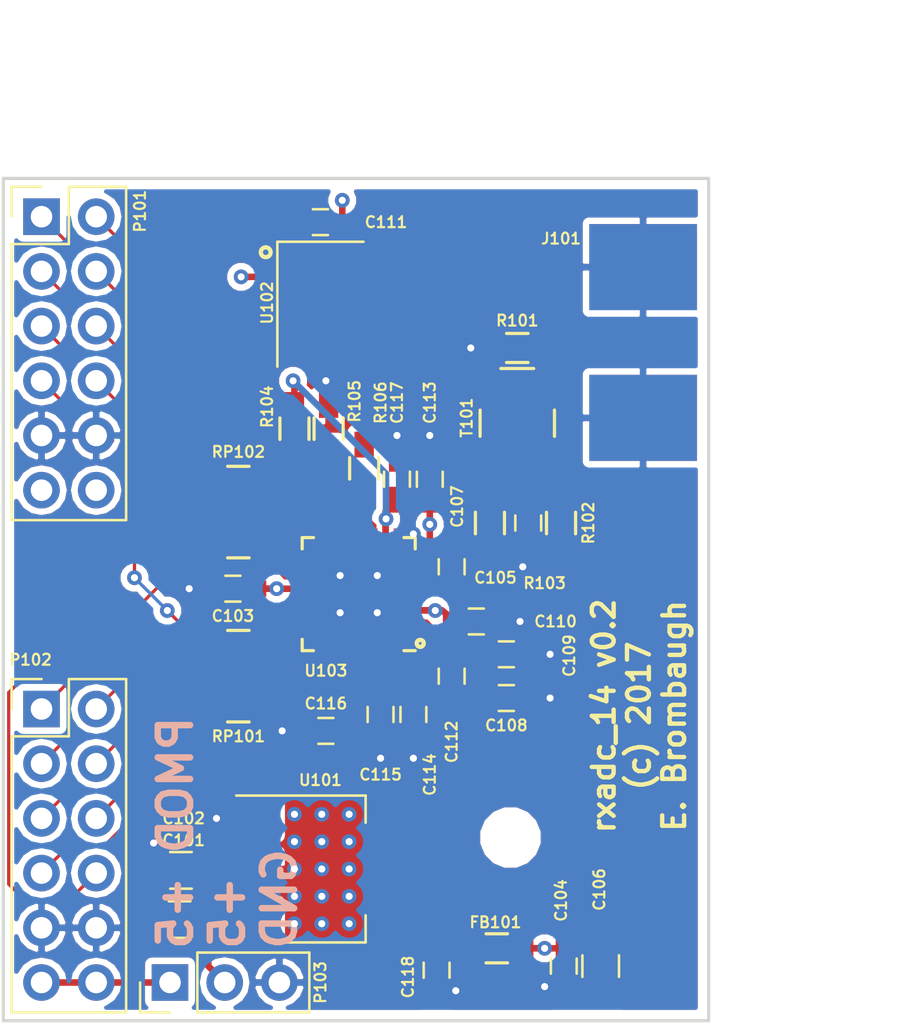
<source format=kicad_pcb>
(kicad_pcb (version 20171130) (host pcbnew "(5.1.12)-1")
  (layers (0 F.Cu signal) (1 In1.Cu signal) (2 In2.Cu signal) (31 B.Cu signal) (34 B.Paste user) (35 F.Paste user) (36 B.SilkS user) (37 F.SilkS user) (38 B.Mask user) (39 F.Mask user) (44 Edge.Cuts user))
  (net 0 "")
  (net 1 +5V)
  (net 2 GND)
  (net 3 +3V3)
  (net 4 +3.3VADC)
  (net 5 "Net-(C105-Pad2)")
  (net 6 "Net-(C107-Pad1)")
  (net 7 "Net-(C107-Pad2)")
  (net 8 "Net-(C108-Pad2)")
  (net 9 "Net-(C109-Pad2)")
  (net 10 "Net-(C115-Pad2)")
  (net 11 "Net-(J101-Pad1)")
  (net 12 "Net-(P101-Pad1)")
  (net 13 "Net-(P101-Pad2)")
  (net 14 "Net-(P101-Pad3)")
  (net 15 "Net-(P101-Pad4)")
  (net 16 "Net-(P101-Pad5)")
  (net 17 "Net-(P101-Pad6)")
  (net 18 "Net-(P101-Pad7)")
  (net 19 "Net-(P101-Pad8)")
  (net 20 "Net-(P102-Pad1)")
  (net 21 "Net-(P102-Pad2)")
  (net 22 "Net-(P102-Pad3)")
  (net 23 "Net-(P102-Pad4)")
  (net 24 "Net-(P102-Pad5)")
  (net 25 "Net-(P102-Pad6)")
  (net 26 "Net-(P102-Pad7)")
  (net 27 "Net-(P102-Pad8)")
  (net 28 "Net-(R102-Pad1)")
  (net 29 "Net-(R103-Pad1)")
  (net 30 "Net-(R104-Pad2)")
  (net 31 "Net-(R106-Pad1)")
  (net 32 "Net-(R106-Pad2)")
  (net 33 "Net-(RP101-Pad1)")
  (net 34 "Net-(RP101-Pad8)")
  (net 35 "Net-(RP101-Pad2)")
  (net 36 "Net-(RP101-Pad3)")
  (net 37 "Net-(RP101-Pad4)")
  (net 38 "Net-(RP101-Pad5)")
  (net 39 "Net-(RP101-Pad6)")
  (net 40 "Net-(RP101-Pad7)")
  (net 41 "Net-(RP102-Pad1)")
  (net 42 "Net-(RP102-Pad8)")
  (net 43 "Net-(RP102-Pad2)")
  (net 44 "Net-(RP102-Pad3)")
  (net 45 "Net-(RP102-Pad4)")
  (net 46 "Net-(RP102-Pad5)")
  (net 47 "Net-(RP102-Pad6)")
  (net 48 "Net-(RP102-Pad7)")
  (net 49 "Net-(P101-Pad11)")
  (net 50 "Net-(P101-Pad12)")
  (net 51 "Net-(P102-Pad11)")
  (module footprints:stitch_via (layer F.Cu) (at 145.6055 116.6495)
    (fp_text reference REF**11135 hide)
    (fp_text value stitch_via hide)
    (pad 1 thru_hole circle (at 0 0) (size 0.6858 0.6858) (drill 0.3302) (layers *.Cu) (net 3 +3V3))
  )
  (module footprints:stitch_via (layer F.Cu) (at 144.3355 116.6495)
    (fp_text reference REF**11125 hide)
    (fp_text value stitch_via hide)
    (pad 1 thru_hole circle (at 0 0) (size 0.6858 0.6858) (drill 0.3302) (layers *.Cu) (net 3 +3V3))
  )
  (module footprints:stitch_via (layer F.Cu) (at 143.0655 116.6495)
    (fp_text reference REF**11115 hide)
    (fp_text value stitch_via hide)
    (pad 1 thru_hole circle (at 0 0) (size 0.6858 0.6858) (drill 0.3302) (layers *.Cu) (net 3 +3V3))
  )
  (module footprints:stitch_via (layer F.Cu) (at 145.6055 115.3795)
    (fp_text reference REF**11134 hide)
    (fp_text value stitch_via hide)
    (pad 1 thru_hole circle (at 0 0) (size 0.6858 0.6858) (drill 0.3302) (layers *.Cu) (net 3 +3V3))
  )
  (module footprints:stitch_via (layer F.Cu) (at 144.3355 115.3795)
    (fp_text reference REF**11124 hide)
    (fp_text value stitch_via hide)
    (pad 1 thru_hole circle (at 0 0) (size 0.6858 0.6858) (drill 0.3302) (layers *.Cu) (net 3 +3V3))
  )
  (module footprints:stitch_via (layer F.Cu) (at 143.0655 115.3795)
    (fp_text reference REF**11114 hide)
    (fp_text value stitch_via hide)
    (pad 1 thru_hole circle (at 0 0) (size 0.6858 0.6858) (drill 0.3302) (layers *.Cu) (net 3 +3V3))
  )
  (module footprints:stitch_via (layer F.Cu) (at 145.6055 114.1095)
    (fp_text reference REF**11133 hide)
    (fp_text value stitch_via hide)
    (pad 1 thru_hole circle (at 0 0) (size 0.6858 0.6858) (drill 0.3302) (layers *.Cu) (net 3 +3V3))
  )
  (module footprints:stitch_via (layer F.Cu) (at 144.3355 114.1095)
    (fp_text reference REF**11123 hide)
    (fp_text value stitch_via hide)
    (pad 1 thru_hole circle (at 0 0) (size 0.6858 0.6858) (drill 0.3302) (layers *.Cu) (net 3 +3V3))
  )
  (module footprints:stitch_via (layer F.Cu) (at 143.0655 114.1095)
    (fp_text reference REF**11113 hide)
    (fp_text value stitch_via hide)
    (pad 1 thru_hole circle (at 0 0) (size 0.6858 0.6858) (drill 0.3302) (layers *.Cu) (net 3 +3V3))
  )
  (module footprints:stitch_via (layer F.Cu) (at 145.6055 112.8395)
    (fp_text reference REF**11132 hide)
    (fp_text value stitch_via hide)
    (pad 1 thru_hole circle (at 0 0) (size 0.6858 0.6858) (drill 0.3302) (layers *.Cu) (net 3 +3V3))
  )
  (module footprints:stitch_via (layer F.Cu) (at 144.3355 112.8395)
    (fp_text reference REF**11122 hide)
    (fp_text value stitch_via hide)
    (pad 1 thru_hole circle (at 0 0) (size 0.6858 0.6858) (drill 0.3302) (layers *.Cu) (net 3 +3V3))
  )
  (module footprints:stitch_via (layer F.Cu) (at 143.0655 112.8395)
    (fp_text reference REF**11112 hide)
    (fp_text value stitch_via hide)
    (pad 1 thru_hole circle (at 0 0) (size 0.6858 0.6858) (drill 0.3302) (layers *.Cu) (net 3 +3V3))
  )
  (module footprints:stitch_via (layer F.Cu) (at 145.6055 111.5695)
    (fp_text reference REF**11131 hide)
    (fp_text value stitch_via hide)
    (pad 1 thru_hole circle (at 0 0) (size 0.6858 0.6858) (drill 0.3302) (layers *.Cu) (net 3 +3V3))
  )
  (module footprints:stitch_via (layer F.Cu) (at 144.3355 111.5695)
    (fp_text reference REF**11121 hide)
    (fp_text value stitch_via hide)
    (pad 1 thru_hole circle (at 0 0) (size 0.6858 0.6858) (drill 0.3302) (layers *.Cu) (net 3 +3V3))
  )
  (module Capacitors_SMD:C_0805_HandSoldering (layer F.Cu) (at 137.7315 116.459 180)
    (fp_text reference C101 (at -0.1905 3.683 180) (layer F.SilkS) (effects (font (size 0.508 0.508) (thickness 0.1016))))
    (fp_text value 10uf)
    (pad 1 smd rect (at -1.25 0 180) (size 1.5 1.25) (layers F.Cu F.Paste F.Mask) (net 1 +5V))
    (pad 2 smd rect (at 1.25 0 180) (size 1.5 1.25) (layers F.Cu F.Paste F.Mask) (net 2 GND))
  )
  (module Capacitors_SMD:C_0805_HandSoldering (layer F.Cu) (at 137.795 114.173 180)
    (fp_text reference C102 (at -0.127 2.413 180) (layer F.SilkS) (effects (font (size 0.508 0.508) (thickness 0.1016))))
    (fp_text value 10uf)
    (pad 1 smd rect (at -1.25 0 180) (size 1.5 1.25) (layers F.Cu F.Paste F.Mask) (net 3 +3V3))
    (pad 2 smd rect (at 1.25 0 180) (size 1.5 1.25) (layers F.Cu F.Paste F.Mask) (net 2 GND))
  )
  (module Capacitors_SMD:C_0603_HandSoldering (layer F.Cu) (at 140.208 101.092 180)
    (fp_text reference C103 (at 0 -1.27 180) (layer F.SilkS) (effects (font (size 0.508 0.508) (thickness 0.1016))))
    (fp_text value 0.1uf)
    (pad 1 smd rect (at -0.95 0 180) (size 1.2 0.75) (layers F.Cu F.Paste F.Mask) (net 3 +3V3))
    (pad 2 smd rect (at 0.95 0 180) (size 1.2 0.75) (layers F.Cu F.Paste F.Mask) (net 2 GND))
  )
  (module Capacitors_SMD:C_0603_HandSoldering (layer F.Cu) (at 155.575 118.618 270)
    (fp_text reference C104 (at -3.048 0.127 270) (layer F.SilkS) (effects (font (size 0.508 0.508) (thickness 0.1016))))
    (fp_text value 0.1uf)
    (pad 1 smd rect (at -0.95 0 270) (size 1.2 0.75) (layers F.Cu F.Paste F.Mask) (net 4 +3.3VADC))
    (pad 2 smd rect (at 0.95 0 270) (size 1.2 0.75) (layers F.Cu F.Paste F.Mask) (net 2 GND))
  )
  (module Capacitors_SMD:C_0603_HandSoldering (layer F.Cu) (at 153.924 98.044 90)
    (fp_text reference C105 (at -2.54 -1.524) (layer F.SilkS) (effects (font (size 0.508 0.508) (thickness 0.1016))))
    (fp_text value 0.1uf)
    (pad 1 smd rect (at -0.95 0 90) (size 1.2 0.75) (layers F.Cu F.Paste F.Mask) (net 2 GND))
    (pad 2 smd rect (at 0.95 0 90) (size 1.2 0.75) (layers F.Cu F.Paste F.Mask) (net 5 "Net-(C105-Pad2)"))
  )
  (module Capacitors_SMD:C_0805_HandSoldering (layer F.Cu) (at 157.2895 118.618 270)
    (fp_text reference C106 (at -3.556 0.0635 270) (layer F.SilkS) (effects (font (size 0.508 0.508) (thickness 0.1016))))
    (fp_text value 10uf)
    (pad 1 smd rect (at -1.25 0 270) (size 1.5 1.25) (layers F.Cu F.Paste F.Mask) (net 4 +3.3VADC))
    (pad 2 smd rect (at 1.25 0 270) (size 1.5 1.25) (layers F.Cu F.Paste F.Mask) (net 2 GND))
  )
  (module Capacitors_SMD:C_0603_HandSoldering (layer F.Cu) (at 150.368 100.076 90)
    (fp_text reference C107 (at 2.794 0.254 90) (layer F.SilkS) (effects (font (size 0.508 0.508) (thickness 0.1016))))
    (fp_text value 18pf)
    (pad 1 smd rect (at -0.95 0 90) (size 1.2 0.75) (layers F.Cu F.Paste F.Mask) (net 6 "Net-(C107-Pad1)"))
    (pad 2 smd rect (at 0.95 0 90) (size 1.2 0.75) (layers F.Cu F.Paste F.Mask) (net 7 "Net-(C107-Pad2)"))
  )
  (module Capacitors_SMD:C_0603_HandSoldering (layer F.Cu) (at 152.908 106.172 180)
    (fp_text reference C108 (at 0 -1.27 180) (layer F.SilkS) (effects (font (size 0.508 0.508) (thickness 0.1016))))
    (fp_text value 0.1uf)
    (pad 1 smd rect (at -0.95 0 180) (size 1.2 0.75) (layers F.Cu F.Paste F.Mask) (net 2 GND))
    (pad 2 smd rect (at 0.95 0 180) (size 1.2 0.75) (layers F.Cu F.Paste F.Mask) (net 8 "Net-(C108-Pad2)"))
  )
  (module Capacitors_SMD:C_0603_HandSoldering (layer F.Cu) (at 152.908 104.14 180)
    (fp_text reference C109 (at -2.921 -0.0635 270) (layer F.SilkS) (effects (font (size 0.508 0.508) (thickness 0.1016))))
    (fp_text value 0.1uf)
    (pad 1 smd rect (at -0.95 0 180) (size 1.2 0.75) (layers F.Cu F.Paste F.Mask) (net 2 GND))
    (pad 2 smd rect (at 0.95 0 180) (size 1.2 0.75) (layers F.Cu F.Paste F.Mask) (net 9 "Net-(C109-Pad2)"))
  )
  (module Capacitors_SMD:C_0603_HandSoldering (layer F.Cu) (at 151.511 102.616)
    (fp_text reference C110 (at 3.683 0) (layer F.SilkS) (effects (font (size 0.508 0.508) (thickness 0.1016))))
    (fp_text value 0.1uf)
    (pad 1 smd rect (at -0.95 0) (size 1.2 0.75) (layers F.Cu F.Paste F.Mask) (net 4 +3.3VADC))
    (pad 2 smd rect (at 0.95 0) (size 1.2 0.75) (layers F.Cu F.Paste F.Mask) (net 2 GND))
  )
  (module Capacitors_SMD:C_0603_HandSoldering (layer F.Cu) (at 144.272 84.074 180)
    (fp_text reference C111 (at -3.048 0 180) (layer F.SilkS) (effects (font (size 0.508 0.508) (thickness 0.1016))))
    (fp_text value 0.1uf)
    (pad 1 smd rect (at -0.95 0 180) (size 1.2 0.75) (layers F.Cu F.Paste F.Mask) (net 3 +3V3))
    (pad 2 smd rect (at 0.95 0 180) (size 1.2 0.75) (layers F.Cu F.Paste F.Mask) (net 2 GND))
  )
  (module Capacitors_SMD:C_0603_HandSoldering (layer F.Cu) (at 150.368 105.156 90)
    (fp_text reference C112 (at -3.048 0 90) (layer F.SilkS) (effects (font (size 0.508 0.508) (thickness 0.1016))))
    (fp_text value 1uf)
    (pad 1 smd rect (at -0.95 0 90) (size 1.2 0.75) (layers F.Cu F.Paste F.Mask) (net 8 "Net-(C108-Pad2)"))
    (pad 2 smd rect (at 0.95 0 90) (size 1.2 0.75) (layers F.Cu F.Paste F.Mask) (net 9 "Net-(C109-Pad2)"))
  )
  (module Capacitors_SMD:C_0603_HandSoldering (layer F.Cu) (at 149.352 96.012 90)
    (fp_text reference C113 (at 3.556 0 90) (layer F.SilkS) (effects (font (size 0.508 0.508) (thickness 0.1016))))
    (fp_text value 0.1uf)
    (pad 1 smd rect (at -0.95 0 90) (size 1.2 0.75) (layers F.Cu F.Paste F.Mask) (net 4 +3.3VADC))
    (pad 2 smd rect (at 0.95 0 90) (size 1.2 0.75) (layers F.Cu F.Paste F.Mask) (net 2 GND))
  )
  (module Capacitors_SMD:C_0603_HandSoldering (layer F.Cu) (at 148.59 106.934 90)
    (fp_text reference C114 (at -2.794 0.762 90) (layer F.SilkS) (effects (font (size 0.508 0.508) (thickness 0.1016))))
    (fp_text value 0.1uf)
    (pad 1 smd rect (at -0.95 0 90) (size 1.2 0.75) (layers F.Cu F.Paste F.Mask) (net 2 GND))
    (pad 2 smd rect (at 0.95 0 90) (size 1.2 0.75) (layers F.Cu F.Paste F.Mask) (net 5 "Net-(C105-Pad2)"))
  )
  (module Capacitors_SMD:C_0603_HandSoldering (layer F.Cu) (at 147.066 106.934 90)
    (fp_text reference C115 (at -2.794 0 180) (layer F.SilkS) (effects (font (size 0.508 0.508) (thickness 0.1016))))
    (fp_text value 0.1uf)
    (pad 1 smd rect (at -0.95 0 90) (size 1.2 0.75) (layers F.Cu F.Paste F.Mask) (net 2 GND))
    (pad 2 smd rect (at 0.95 0 90) (size 1.2 0.75) (layers F.Cu F.Paste F.Mask) (net 10 "Net-(C115-Pad2)"))
  )
  (module Capacitors_SMD:C_0603_HandSoldering (layer F.Cu) (at 144.526 107.696)
    (fp_text reference C116 (at 0 -1.27) (layer F.SilkS) (effects (font (size 0.508 0.508) (thickness 0.1016))))
    (fp_text value 1uf)
    (pad 1 smd rect (at -0.95 0) (size 1.2 0.75) (layers F.Cu F.Paste F.Mask) (net 2 GND))
    (pad 2 smd rect (at 0.95 0) (size 1.2 0.75) (layers F.Cu F.Paste F.Mask) (net 10 "Net-(C115-Pad2)"))
  )
  (module Capacitors_SMD:C_0603_HandSoldering (layer F.Cu) (at 147.828 96.012 90)
    (fp_text reference C117 (at 3.556 0 90) (layer F.SilkS) (effects (font (size 0.508 0.508) (thickness 0.1016))))
    (fp_text value 0.1uf)
    (pad 1 smd rect (at -0.95 0 90) (size 1.2 0.75) (layers F.Cu F.Paste F.Mask) (net 4 +3.3VADC))
    (pad 2 smd rect (at 0.95 0 90) (size 1.2 0.75) (layers F.Cu F.Paste F.Mask) (net 2 GND))
  )
  (module Capacitors_SMD:C_0603_HandSoldering (layer F.Cu) (at 149.6695 118.8085 90)
    (fp_text reference C118 (at -0.3175 -1.3335 90) (layer F.SilkS) (effects (font (size 0.508 0.508) (thickness 0.1016))))
    (fp_text value 0.1uf)
    (pad 1 smd rect (at -0.95 0 90) (size 1.2 0.75) (layers F.Cu F.Paste F.Mask) (net 2 GND))
    (pad 2 smd rect (at 0.95 0 90) (size 1.2 0.75) (layers F.Cu F.Paste F.Mask) (net 3 +3V3))
  )
  (module Resistors_SMD:R_0603_HandSoldering (layer F.Cu) (at 152.4635 117.7925)
    (fp_text reference FB101 (at -0.0635 -1.2065) (layer F.SilkS) (effects (font (size 0.508 0.508) (thickness 0.1016))))
    (fp_text value FILTER)
    (pad 1 smd rect (at -1.1 0) (size 1.2 0.9) (layers F.Cu F.Paste F.Mask) (net 3 +3V3))
    (pad 2 smd rect (at 1.1 0) (size 1.2 0.9) (layers F.Cu F.Paste F.Mask) (net 4 +3.3VADC))
  )
  (module Pin_Headers:Pin_Header_Straight_2x06_Pitch2.54mm (layer F.Cu) (at 131.318 83.82)
    (fp_text reference P101 (at 4.572 -0.254 90) (layer F.SilkS) (effects (font (size 0.508 0.508) (thickness 0.1016))))
    (fp_text value CONN_02X06)
    (pad 1 thru_hole rect (at 0 0) (size 1.7 1.7) (drill 1) (layers *.Cu *.Mask) (net 12 "Net-(P101-Pad1)"))
    (pad 2 thru_hole oval (at 2.54 0) (size 1.7 1.7) (drill 1) (layers *.Cu *.Mask) (net 13 "Net-(P101-Pad2)"))
    (pad 3 thru_hole oval (at 0 2.54) (size 1.7 1.7) (drill 1) (layers *.Cu *.Mask) (net 14 "Net-(P101-Pad3)"))
    (pad 4 thru_hole oval (at 2.54 2.54) (size 1.7 1.7) (drill 1) (layers *.Cu *.Mask) (net 15 "Net-(P101-Pad4)"))
    (pad 5 thru_hole oval (at 0 5.08) (size 1.7 1.7) (drill 1) (layers *.Cu *.Mask) (net 16 "Net-(P101-Pad5)"))
    (pad 6 thru_hole oval (at 2.54 5.08) (size 1.7 1.7) (drill 1) (layers *.Cu *.Mask) (net 17 "Net-(P101-Pad6)"))
    (pad 7 thru_hole oval (at 0 7.62) (size 1.7 1.7) (drill 1) (layers *.Cu *.Mask) (net 18 "Net-(P101-Pad7)"))
    (pad 8 thru_hole oval (at 2.54 7.62) (size 1.7 1.7) (drill 1) (layers *.Cu *.Mask) (net 19 "Net-(P101-Pad8)"))
    (pad 9 thru_hole oval (at 0 10.16) (size 1.7 1.7) (drill 1) (layers *.Cu *.Mask) (net 2 GND))
    (pad 10 thru_hole oval (at 2.54 10.16) (size 1.7 1.7) (drill 1) (layers *.Cu *.Mask) (net 2 GND))
    (pad 11 thru_hole oval (at 0 12.7) (size 1.7 1.7) (drill 1) (layers *.Cu *.Mask) (net 49 "Net-(P101-Pad11)"))
    (pad 12 thru_hole oval (at 2.54 12.7) (size 1.7 1.7) (drill 1) (layers *.Cu *.Mask) (net 50 "Net-(P101-Pad12)"))
  )
  (module Pin_Headers:Pin_Header_Straight_2x06_Pitch2.54mm (layer F.Cu) (at 131.318 106.68)
    (fp_text reference P102 (at -0.508 -2.286) (layer F.SilkS) (effects (font (size 0.508 0.508) (thickness 0.1016))))
    (fp_text value CONN_02X06)
    (pad 1 thru_hole rect (at 0 0) (size 1.7 1.7) (drill 1) (layers *.Cu *.Mask) (net 20 "Net-(P102-Pad1)"))
    (pad 2 thru_hole oval (at 2.54 0) (size 1.7 1.7) (drill 1) (layers *.Cu *.Mask) (net 21 "Net-(P102-Pad2)"))
    (pad 3 thru_hole oval (at 0 2.54) (size 1.7 1.7) (drill 1) (layers *.Cu *.Mask) (net 22 "Net-(P102-Pad3)"))
    (pad 4 thru_hole oval (at 2.54 2.54) (size 1.7 1.7) (drill 1) (layers *.Cu *.Mask) (net 23 "Net-(P102-Pad4)"))
    (pad 5 thru_hole oval (at 0 5.08) (size 1.7 1.7) (drill 1) (layers *.Cu *.Mask) (net 24 "Net-(P102-Pad5)"))
    (pad 6 thru_hole oval (at 2.54 5.08) (size 1.7 1.7) (drill 1) (layers *.Cu *.Mask) (net 25 "Net-(P102-Pad6)"))
    (pad 7 thru_hole oval (at 0 7.62) (size 1.7 1.7) (drill 1) (layers *.Cu *.Mask) (net 26 "Net-(P102-Pad7)"))
    (pad 8 thru_hole oval (at 2.54 7.62) (size 1.7 1.7) (drill 1) (layers *.Cu *.Mask) (net 27 "Net-(P102-Pad8)"))
    (pad 9 thru_hole oval (at 0 10.16) (size 1.7 1.7) (drill 1) (layers *.Cu *.Mask) (net 2 GND))
    (pad 10 thru_hole oval (at 2.54 10.16) (size 1.7 1.7) (drill 1) (layers *.Cu *.Mask) (net 2 GND))
    (pad 11 thru_hole oval (at 0 12.7) (size 1.7 1.7) (drill 1) (layers *.Cu *.Mask) (net 51 "Net-(P102-Pad11)"))
    (pad 12 thru_hole oval (at 2.54 12.7) (size 1.7 1.7) (drill 1) (layers *.Cu *.Mask) (net 51 "Net-(P102-Pad11)"))
  )
  (module Resistors_SMD:R_0603_HandSoldering (layer F.Cu) (at 153.416 89.916)
    (fp_text reference R101 (at 0 -1.27) (layer F.SilkS) (effects (font (size 0.508 0.508) (thickness 0.1016))))
    (fp_text value 50)
    (pad 1 smd rect (at -1.1 0) (size 1.2 0.9) (layers F.Cu F.Paste F.Mask) (net 2 GND))
    (pad 2 smd rect (at 1.1 0) (size 1.2 0.9) (layers F.Cu F.Paste F.Mask) (net 11 "Net-(J101-Pad1)"))
  )
  (module Resistors_SMD:R_0603_HandSoldering (layer F.Cu) (at 155.448 98.044 270)
    (fp_text reference R102 (at 0 -1.27 270) (layer F.SilkS) (effects (font (size 0.508 0.508) (thickness 0.1016))))
    (fp_text value 20)
    (pad 1 smd rect (at -1.1 0 270) (size 1.2 0.9) (layers F.Cu F.Paste F.Mask) (net 28 "Net-(R102-Pad1)"))
    (pad 2 smd rect (at 1.1 0 270) (size 1.2 0.9) (layers F.Cu F.Paste F.Mask) (net 6 "Net-(C107-Pad1)"))
  )
  (module Resistors_SMD:R_0603_HandSoldering (layer F.Cu) (at 152.146 98.044 270)
    (fp_text reference R103 (at 2.794 -2.54) (layer F.SilkS) (effects (font (size 0.508 0.508) (thickness 0.1016))))
    (fp_text value 20)
    (pad 1 smd rect (at -1.1 0 270) (size 1.2 0.9) (layers F.Cu F.Paste F.Mask) (net 29 "Net-(R103-Pad1)"))
    (pad 2 smd rect (at 1.1 0 270) (size 1.2 0.9) (layers F.Cu F.Paste F.Mask) (net 7 "Net-(C107-Pad2)"))
  )
  (module Resistors_SMD:R_0603_HandSoldering (layer F.Cu) (at 143.0655 93.6625 270)
    (fp_text reference R104 (at -1.016 1.27 270) (layer F.SilkS) (effects (font (size 0.508 0.508) (thickness 0.1016))))
    (fp_text value 4k7)
    (pad 1 smd rect (at -1.1 0 270) (size 1.2 0.9) (layers F.Cu F.Paste F.Mask) (net 4 +3.3VADC))
    (pad 2 smd rect (at 1.1 0 270) (size 1.2 0.9) (layers F.Cu F.Paste F.Mask) (net 30 "Net-(R104-Pad2)"))
  )
  (module Resistors_SMD:R_0603_HandSoldering (layer F.Cu) (at 144.653 93.6625 90)
    (fp_text reference R105 (at 1.27 1.2065 90) (layer F.SilkS) (effects (font (size 0.508 0.508) (thickness 0.1016))))
    (fp_text value 10k)
    (pad 1 smd rect (at -1.1 0 90) (size 1.2 0.9) (layers F.Cu F.Paste F.Mask) (net 30 "Net-(R104-Pad2)"))
    (pad 2 smd rect (at 1.1 0 90) (size 1.2 0.9) (layers F.Cu F.Paste F.Mask) (net 2 GND))
  )
  (module Resistors_SMD:R_0603_HandSoldering (layer F.Cu) (at 146.304 95.504 90)
    (fp_text reference R106 (at 3.048 0.762 90) (layer F.SilkS) (effects (font (size 0.508 0.508) (thickness 0.1016))))
    (fp_text value 50)
    (pad 1 smd rect (at -1.1 0 90) (size 1.2 0.9) (layers F.Cu F.Paste F.Mask) (net 31 "Net-(R106-Pad1)"))
    (pad 2 smd rect (at 1.1 0 90) (size 1.2 0.9) (layers F.Cu F.Paste F.Mask) (net 32 "Net-(R106-Pad2)"))
  )
  (module SOT-223 (layer F.Cu) (at 144.4625 114.1095)
    (fp_text reference U101 (at -0.1905 -4.1275) (layer F.SilkS) (effects (font (size 0.508 0.508) (thickness 0.1016))))
    (fp_text value LD1117S33CTR)
    (pad 4 smd rect (at 3.15 0) (size 2 3.8) (layers F.Cu F.Paste F.Mask) (net 3 +3V3))
    (pad 2 smd rect (at -3.15 0) (size 2 1.5) (layers F.Cu F.Paste F.Mask) (net 3 +3V3))
    (pad 3 smd rect (at -3.15 2.3) (size 2 1.5) (layers F.Cu F.Paste F.Mask) (net 1 +5V))
    (pad 1 smd rect (at -3.15 -2.3) (size 2 1.5) (layers F.Cu F.Paste F.Mask) (net 2 GND))
  )
  (module Pin_Headers:Pin_Header_Straight_1x03_Pitch2.54mm (layer F.Cu) (at 137.287 119.38 90)
    (fp_text reference P103 (at 0 6.985 90) (layer F.SilkS) (effects (font (size 0.508 0.508) (thickness 0.1016))))
    (fp_text value CONN_01X03)
    (pad 1 thru_hole rect (at 0 0 90) (size 1.7 1.7) (drill 1) (layers *.Cu *.Mask) (net 51 "Net-(P102-Pad11)"))
    (pad 2 thru_hole oval (at 0 2.54 90) (size 1.7 1.7) (drill 1) (layers *.Cu *.Mask) (net 1 +5V))
    (pad 3 thru_hole oval (at 0 5.08 90) (size 1.7 1.7) (drill 1) (layers *.Cu *.Mask) (net 2 GND))
  )
  (module footprints:stitch_via (layer F.Cu) (at 143.0655 111.5695)
    (fp_text reference REF**11111 hide)
    (fp_text value stitch_via hide)
    (pad 1 thru_hole circle (at 0 0) (size 0.6858 0.6858) (drill 0.3302) (layers *.Cu) (net 3 +3V3))
  )
  (module Mounting_Holes:MountingHole_2.2mm_M2 (layer F.Cu) (at 153.0985 112.649)
    (fp_text reference REF** hide)
    (fp_text value MountingHole_2.2mm_M2)
    (pad 1 np_thru_hole circle (at 0 0) (size 2.2 2.2) (drill 2.2) (layers *.Cu *.Mask))
  )
  (module footprints:Pulse_SMD_Balun (layer F.Cu) (at 153.416 93.4085)
    (fp_text reference T101 (at -2.3495 -0.254 90) (layer F.SilkS) (effects (font (size 0.508 0.508) (thickness 0.1016))))
    (fp_text value TRANSFO4)
    (pad 5 smd rect (at -1.27 -1.5875) (size 0.762 1.651) (layers F.Cu F.Paste F.Mask) (net 2 GND))
    (pad 4 smd rect (at 1.27 -1.5875) (size 0.762 1.651) (layers F.Cu F.Paste F.Mask) (net 11 "Net-(J101-Pad1)"))
    (pad 1 smd rect (at -1.27 1.5875) (size 0.762 1.651) (layers F.Cu F.Paste F.Mask) (net 29 "Net-(R103-Pad1)"))
    (pad 3 smd rect (at 1.27 1.5875) (size 0.762 1.651) (layers F.Cu F.Paste F.Mask) (net 28 "Net-(R102-Pad1)"))
    (pad 2 smd rect (at 0 1.5875) (size 0.762 1.651) (layers F.Cu F.Paste F.Mask) (net 5 "Net-(C105-Pad2)"))
  )
  (module footprints:R_Array_EXB2HV (layer F.Cu) (at 140.462 105.156 180)
    (fp_text reference RP101 (at 0 -2.794 180) (layer F.SilkS) (effects (font (size 0.508 0.508) (thickness 0.1016))))
    (fp_text value 100)
    (pad 1 smd rect (at -0.65 -1.75 180) (size 0.5 0.33) (layers F.Cu F.Paste F.Mask) (net 33 "Net-(RP101-Pad1)"))
    (pad 16 smd rect (at 0.65 -1.75 180) (size 0.5 0.33) (layers F.Cu F.Paste F.Mask) (net 26 "Net-(P102-Pad7)"))
    (pad 8 smd rect (at -0.65 1.75 180) (size 0.5 0.33) (layers F.Cu F.Paste F.Mask) (net 34 "Net-(RP101-Pad8)"))
    (pad 9 smd rect (at 0.65 1.75 180) (size 0.5 0.33) (layers F.Cu F.Paste F.Mask) (net 18 "Net-(P101-Pad7)"))
    (pad 2 smd rect (at -0.65 -1.25 180) (size 0.5 0.33) (layers F.Cu F.Paste F.Mask) (net 35 "Net-(RP101-Pad2)"))
    (pad 3 smd rect (at -0.65 -0.75 180) (size 0.5 0.33) (layers F.Cu F.Paste F.Mask) (net 36 "Net-(RP101-Pad3)"))
    (pad 4 smd rect (at -0.65 -0.25 180) (size 0.5 0.33) (layers F.Cu F.Paste F.Mask) (net 37 "Net-(RP101-Pad4)"))
    (pad 5 smd rect (at -0.65 0.25 180) (size 0.5 0.33) (layers F.Cu F.Paste F.Mask) (net 38 "Net-(RP101-Pad5)"))
    (pad 6 smd rect (at -0.65 0.75 180) (size 0.5 0.33) (layers F.Cu F.Paste F.Mask) (net 39 "Net-(RP101-Pad6)"))
    (pad 7 smd rect (at -0.65 1.25 180) (size 0.5 0.33) (layers F.Cu F.Paste F.Mask) (net 40 "Net-(RP101-Pad7)"))
    (pad 15 smd rect (at 0.65 -1.25 180) (size 0.5 0.33) (layers F.Cu F.Paste F.Mask) (net 25 "Net-(P102-Pad6)"))
    (pad 14 smd rect (at 0.65 -0.75 180) (size 0.5 0.33) (layers F.Cu F.Paste F.Mask) (net 24 "Net-(P102-Pad5)"))
    (pad 13 smd rect (at 0.65 -0.25 180) (size 0.5 0.33) (layers F.Cu F.Paste F.Mask) (net 23 "Net-(P102-Pad4)"))
    (pad 11 smd rect (at 0.65 0.75 180) (size 0.5 0.33) (layers F.Cu F.Paste F.Mask) (net 21 "Net-(P102-Pad2)"))
    (pad 12 smd rect (at 0.65 0.25 180) (size 0.5 0.33) (layers F.Cu F.Paste F.Mask) (net 22 "Net-(P102-Pad3)"))
    (pad 10 smd rect (at 0.65 1.25 180) (size 0.5 0.33) (layers F.Cu F.Paste F.Mask) (net 20 "Net-(P102-Pad1)"))
  )
  (module footprints:R_Array_EXB2HV (layer F.Cu) (at 140.462 97.536 180)
    (fp_text reference RP102 (at 0 2.794 180) (layer F.SilkS) (effects (font (size 0.508 0.508) (thickness 0.1016))))
    (fp_text value 100)
    (pad 1 smd rect (at -0.65 -1.75 180) (size 0.5 0.33) (layers F.Cu F.Paste F.Mask) (net 41 "Net-(RP102-Pad1)"))
    (pad 16 smd rect (at 0.65 -1.75 180) (size 0.5 0.33) (layers F.Cu F.Paste F.Mask) (net 27 "Net-(P102-Pad8)"))
    (pad 8 smd rect (at -0.65 1.75 180) (size 0.5 0.33) (layers F.Cu F.Paste F.Mask) (net 42 "Net-(RP102-Pad8)"))
    (pad 9 smd rect (at 0.65 1.75 180) (size 0.5 0.33) (layers F.Cu F.Paste F.Mask) (net 13 "Net-(P101-Pad2)"))
    (pad 2 smd rect (at -0.65 -1.25 180) (size 0.5 0.33) (layers F.Cu F.Paste F.Mask) (net 43 "Net-(RP102-Pad2)"))
    (pad 3 smd rect (at -0.65 -0.75 180) (size 0.5 0.33) (layers F.Cu F.Paste F.Mask) (net 44 "Net-(RP102-Pad3)"))
    (pad 4 smd rect (at -0.65 -0.25 180) (size 0.5 0.33) (layers F.Cu F.Paste F.Mask) (net 45 "Net-(RP102-Pad4)"))
    (pad 5 smd rect (at -0.65 0.25 180) (size 0.5 0.33) (layers F.Cu F.Paste F.Mask) (net 46 "Net-(RP102-Pad5)"))
    (pad 6 smd rect (at -0.65 0.75 180) (size 0.5 0.33) (layers F.Cu F.Paste F.Mask) (net 47 "Net-(RP102-Pad6)"))
    (pad 7 smd rect (at -0.65 1.25 180) (size 0.5 0.33) (layers F.Cu F.Paste F.Mask) (net 48 "Net-(RP102-Pad7)"))
    (pad 15 smd rect (at 0.65 -1.25 180) (size 0.5 0.33) (layers F.Cu F.Paste F.Mask) (net 19 "Net-(P101-Pad8)"))
    (pad 14 smd rect (at 0.65 -0.75 180) (size 0.5 0.33) (layers F.Cu F.Paste F.Mask) (net 16 "Net-(P101-Pad5)"))
    (pad 13 smd rect (at 0.65 -0.25 180) (size 0.5 0.33) (layers F.Cu F.Paste F.Mask) (net 17 "Net-(P101-Pad6)"))
    (pad 11 smd rect (at 0.65 0.75 180) (size 0.5 0.33) (layers F.Cu F.Paste F.Mask) (net 15 "Net-(P101-Pad4)"))
    (pad 12 smd rect (at 0.65 0.25 180) (size 0.5 0.33) (layers F.Cu F.Paste F.Mask) (net 14 "Net-(P101-Pad3)"))
    (pad 10 smd rect (at 0.65 1.25 180) (size 0.5 0.33) (layers F.Cu F.Paste F.Mask) (net 12 "Net-(P101-Pad1)"))
  )
  (module footprints:Crystal_SMD_Abracon_ASFL1-4pin_5.0x3.2mm (layer F.Cu) (at 144.272 87.884 270)
    (fp_text reference U102 (at -0.0635 2.4765 270) (layer F.SilkS) (effects (font (size 0.508 0.508) (thickness 0.1016))))
    (fp_text value ASFL1-80.000MHZ-EC-T)
    (pad 1 smd rect (at -1.27 1.1 270) (size 1.7 1.5) (layers F.Cu F.Mask) (net 3 +3V3))
    (pad 2 smd rect (at 1.27 1.1 270) (size 1.7 1.5) (layers F.Cu F.Mask) (net 2 GND))
    (pad 3 smd rect (at 1.27 -1.1 270) (size 1.7 1.5) (layers F.Cu F.Mask) (net 32 "Net-(R106-Pad2)"))
    (pad 4 smd rect (at -1.27 -1.1 270) (size 1.7 1.5) (layers F.Cu F.Mask) (net 3 +3V3))
  )
  (module footprints:SMA_END (layer F.Cu) (at 159.258 89.662)
    (fp_text reference J101 (at -3.81 -4.826) (layer F.SilkS) (effects (font (size 0.508 0.508) (thickness 0.1016))))
    (fp_text value SMA)
    (pad 2 smd rect (at 0 3.5) (size 5 4) (layers F.Cu F.Paste F.Mask) (net 2 GND))
    (pad 2 smd rect (at 0 -3.5) (size 5 4) (layers F.Cu F.Paste F.Mask) (net 2 GND))
    (pad 2 smd rect (at 0 3.5) (size 5 4) (layers B.Cu B.Mask) (net 2 GND))
    (pad 2 smd rect (at 0 -3.5) (size 5 4) (layers B.Cu B.Mask) (net 2 GND))
    (pad 1 smd rect (at 0 0) (size 5 1.5) (layers F.Cu F.Paste F.Mask) (net 11 "Net-(J101-Pad1)"))
  )
  (module footprints:QFN-32-1EP_5x5mm_Pitch0.5mm_extended_pad (layer F.Cu) (at 146.05 101.346 180)
    (fp_text reference U103 (at 1.524 -3.556 180) (layer F.SilkS) (effects (font (size 0.508 0.508) (thickness 0.1016))))
    (fp_text value ADC14C105)
    (pad 1 smd rect (at -2.55 -1.75 180) (size 1 0.25) (layers F.Cu F.Paste F.Mask) (net 8 "Net-(C108-Pad2)"))
    (pad 2 smd rect (at -2.55 -1.25 180) (size 1 0.25) (layers F.Cu F.Paste F.Mask) (net 9 "Net-(C109-Pad2)"))
    (pad 3 smd rect (at -2.55 -0.75 180) (size 1 0.25) (layers F.Cu F.Paste F.Mask) (net 4 +3.3VADC))
    (pad 4 smd rect (at -2.55 -0.25 180) (size 1 0.25) (layers F.Cu F.Paste F.Mask) (net 2 GND))
    (pad 5 smd rect (at -2.55 0.25 180) (size 1 0.25) (layers F.Cu F.Paste F.Mask) (net 6 "Net-(C107-Pad1)"))
    (pad 6 smd rect (at -2.55 0.75 180) (size 1 0.25) (layers F.Cu F.Paste F.Mask) (net 7 "Net-(C107-Pad2)"))
    (pad 7 smd rect (at -2.55 1.25 180) (size 1 0.25) (layers F.Cu F.Paste F.Mask) (net 2 GND))
    (pad 8 smd rect (at -2.55 1.75 180) (size 1 0.25) (layers F.Cu F.Paste F.Mask) (net 4 +3.3VADC))
    (pad 9 smd rect (at -1.75 2.55 270) (size 1 0.25) (layers F.Cu F.Paste F.Mask) (net 2 GND))
    (pad 10 smd rect (at -1.25 2.55 270) (size 1 0.25) (layers F.Cu F.Paste F.Mask) (net 4 +3.3VADC))
    (pad 11 smd rect (at -0.75 2.55 270) (size 1 0.25) (layers F.Cu F.Paste F.Mask) (net 31 "Net-(R106-Pad1)"))
    (pad 12 smd rect (at -0.25 2.55 270) (size 1 0.25) (layers F.Cu F.Paste F.Mask) (net 30 "Net-(R104-Pad2)"))
    (pad 13 smd rect (at 0.25 2.55 270) (size 1 0.25) (layers F.Cu F.Paste F.Mask) (net 42 "Net-(RP102-Pad8)"))
    (pad 14 smd rect (at 0.75 2.55 270) (size 1 0.25) (layers F.Cu F.Paste F.Mask) (net 48 "Net-(RP102-Pad7)"))
    (pad 15 smd rect (at 1.25 2.55 270) (size 1 0.25) (layers F.Cu F.Paste F.Mask) (net 47 "Net-(RP102-Pad6)"))
    (pad 16 smd rect (at 1.75 2.55 270) (size 1 0.25) (layers F.Cu F.Paste F.Mask) (net 46 "Net-(RP102-Pad5)"))
    (pad 17 smd rect (at 2.55 1.75 180) (size 1 0.25) (layers F.Cu F.Paste F.Mask) (net 45 "Net-(RP102-Pad4)"))
    (pad 18 smd rect (at 2.55 1.25 180) (size 1 0.25) (layers F.Cu F.Paste F.Mask) (net 44 "Net-(RP102-Pad3)"))
    (pad 19 smd rect (at 2.55 0.75 180) (size 1 0.25) (layers F.Cu F.Paste F.Mask) (net 43 "Net-(RP102-Pad2)"))
    (pad 20 smd rect (at 2.55 0.25 180) (size 1 0.25) (layers F.Cu F.Paste F.Mask) (net 3 +3V3))
    (pad 21 smd rect (at 2.55 -0.25 180) (size 1 0.25) (layers F.Cu F.Paste F.Mask) (net 41 "Net-(RP102-Pad1)"))
    (pad 22 smd rect (at 2.55 -0.75 180) (size 1 0.25) (layers F.Cu F.Paste F.Mask) (net 2 GND))
    (pad 23 smd rect (at 2.55 -1.25 180) (size 1 0.25) (layers F.Cu F.Paste F.Mask) (net 34 "Net-(RP101-Pad8)"))
    (pad 24 smd rect (at 2.55 -1.75 180) (size 1 0.25) (layers F.Cu F.Paste F.Mask) (net 40 "Net-(RP101-Pad7)"))
    (pad 25 smd rect (at 1.75 -2.55 270) (size 1 0.25) (layers F.Cu F.Paste F.Mask) (net 39 "Net-(RP101-Pad6)"))
    (pad 26 smd rect (at 1.25 -2.55 270) (size 1 0.25) (layers F.Cu F.Paste F.Mask) (net 38 "Net-(RP101-Pad5)"))
    (pad 27 smd rect (at 0.75 -2.55 270) (size 1 0.25) (layers F.Cu F.Paste F.Mask) (net 37 "Net-(RP101-Pad4)"))
    (pad 28 smd rect (at 0.25 -2.55 270) (size 1 0.25) (layers F.Cu F.Paste F.Mask) (net 36 "Net-(RP101-Pad3)"))
    (pad 29 smd rect (at -0.25 -2.55 270) (size 1 0.25) (layers F.Cu F.Paste F.Mask) (net 35 "Net-(RP101-Pad2)"))
    (pad 30 smd rect (at -0.75 -2.55 270) (size 1 0.25) (layers F.Cu F.Paste F.Mask) (net 33 "Net-(RP101-Pad1)"))
    (pad 31 smd rect (at -1.25 -2.55 270) (size 1 0.25) (layers F.Cu F.Paste F.Mask) (net 10 "Net-(C115-Pad2)"))
    (pad 32 smd rect (at -1.75 -2.55 270) (size 1 0.25) (layers F.Cu F.Paste F.Mask) (net 5 "Net-(C105-Pad2)"))
    (pad 33 smd rect (at 0.8625 0.8625 180) (size 1.725 1.725) (layers F.Cu F.Paste F.Mask) (net 2 GND))
    (pad 33 smd rect (at 0.8625 -0.8625 180) (size 1.725 1.725) (layers F.Cu F.Paste F.Mask) (net 2 GND))
    (pad 33 smd rect (at -0.8625 0.8625 180) (size 1.725 1.725) (layers F.Cu F.Paste F.Mask) (net 2 GND))
    (pad 33 smd rect (at -0.8625 -0.8625 180) (size 1.725 1.725) (layers F.Cu F.Paste F.Mask) (net 2 GND))
  )
  (gr_circle (center 141.732 85.471) (end 141.9225 85.598) (layer F.SilkS) (width 0.2))
  (gr_text "PMOD +5\n+5\nGND" (at 139.954 117.983 90) (layer B.SilkS) (effects (font (size 1.5 1.5) (thickness 0.3)) (justify right mirror)))
  (gr_text "rxadc_14 v0.2\n(c) 2017\nE. Brombaugh" (at 159.0675 106.9975 90) (layer F.SilkS) (effects (font (size 1.016 1.016) (thickness 0.2032))))
  (gr_line (start 129.54 121.158) (end 129.54 82.042) (angle 90) (layer Edge.Cuts) (width 0.15))
  (gr_line (start 162.306 121.158) (end 129.54 121.158) (angle 90) (layer Edge.Cuts) (width 0.15))
  (gr_line (start 162.306 82.042) (end 162.306 121.158) (angle 90) (layer Edge.Cuts) (width 0.15))
  (gr_line (start 129.54 82.042) (end 162.306 82.042) (angle 90) (layer Edge.Cuts) (width 0.15))
  (segment (start 141.3125 116.4095) (end 139.031 116.4095) (width 0.3048) (layer F.Cu) (net 1))
  (segment (start 139.031 116.4095) (end 139.065 116.4435) (width 0.3048) (layer F.Cu) (net 1))
  (segment (start 139.065 116.4435) (end 139.065 118.618) (width 0.3048) (layer F.Cu) (net 1))
  (segment (start 139.065 118.618) (end 139.827 119.38) (width 0.3048) (layer F.Cu) (net 1))
  (segment (start 143.576 107.696) (end 142.494 107.696) (width 0.3048) (layer F.Cu) (net 2))
  (via (at 142.494 107.696) (size 0.6858) (drill 0.3302) (layers F.Cu B.Cu) (net 2))
  (segment (start 147.066 107.884) (end 147.066 108.966) (width 0.3048) (layer F.Cu) (net 2))
  (via (at 147.066 108.966) (size 0.6858) (drill 0.3302) (layers F.Cu B.Cu) (net 2))
  (segment (start 148.59 107.884) (end 148.59 108.966) (width 0.3048) (layer F.Cu) (net 2))
  (via (at 148.59 108.966) (size 0.6858) (drill 0.3302) (layers F.Cu B.Cu) (net 2))
  (segment (start 141.3125 111.8095) (end 139.7495 111.8095) (width 0.3048) (layer F.Cu) (net 2))
  (via (at 139.446 111.76) (size 0.6858) (drill 0.3302) (layers F.Cu B.Cu) (net 2))
  (segment (start 139.7 111.76) (end 139.446 111.76) (width 0.3048) (layer F.Cu) (net 2))
  (segment (start 139.7495 111.8095) (end 139.7 111.76) (width 0.3048) (layer F.Cu) (net 2))
  (segment (start 157.2895 119.868) (end 155.875 119.868) (width 0.3048) (layer F.Cu) (net 2))
  (segment (start 155.875 119.868) (end 155.575 119.568) (width 0.3048) (layer F.Cu) (net 2))
  (segment (start 155.575 119.568) (end 154.6885 119.568) (width 0.3048) (layer F.Cu) (net 2))
  (segment (start 154.6885 119.568) (end 154.686 119.5705) (width 0.3048) (layer F.Cu) (net 2))
  (via (at 154.686 119.5705) (size 0.6858) (drill 0.3302) (layers F.Cu B.Cu) (net 2))
  (segment (start 149.6695 119.7585) (end 150.556 119.7585) (width 0.3048) (layer F.Cu) (net 2))
  (via (at 150.5585 119.761) (size 0.6858) (drill 0.3302) (layers F.Cu B.Cu) (net 2))
  (segment (start 150.556 119.7585) (end 150.5585 119.761) (width 0.3048) (layer F.Cu) (net 2))
  (segment (start 136.545 114.173) (end 136.545 112.923) (width 0.3048) (layer F.Cu) (net 2))
  (via (at 136.525 112.903) (size 0.6858) (drill 0.3302) (layers F.Cu B.Cu) (net 2))
  (segment (start 136.545 112.923) (end 136.525 112.903) (width 0.3048) (layer F.Cu) (net 2))
  (segment (start 136.545 116.3955) (end 136.1005 116.84) (width 0.3048) (layer F.Cu) (net 2))
  (segment (start 136.1005 116.84) (end 133.858 116.84) (width 0.3048) (layer F.Cu) (net 2))
  (segment (start 152.146 91.8845) (end 152.146 90.086) (width 0.3048) (layer F.Cu) (net 2))
  (segment (start 152.146 90.086) (end 152.316 89.916) (width 0.3048) (layer F.Cu) (net 2))
  (segment (start 152.316 89.916) (end 151.257 89.916) (width 0.3048) (layer F.Cu) (net 2))
  (via (at 151.257 89.916) (size 0.6858) (drill 0.3302) (layers F.Cu B.Cu) (net 2))
  (segment (start 153.858 106.172) (end 154.94 106.172) (width 0.3048) (layer F.Cu) (net 2))
  (via (at 154.94 106.172) (size 0.6858) (drill 0.3302) (layers F.Cu B.Cu) (net 2))
  (segment (start 153.858 104.14) (end 154.94 104.14) (width 0.3048) (layer F.Cu) (net 2))
  (via (at 154.94 104.14) (size 0.6858) (drill 0.3302) (layers F.Cu B.Cu) (net 2))
  (segment (start 152.461 102.616) (end 153.797 102.616) (width 0.3048) (layer F.Cu) (net 2))
  (via (at 153.543 102.616) (size 0.6858) (drill 0.3302) (layers F.Cu B.Cu) (net 2))
  (segment (start 153.797 102.616) (end 153.543 102.616) (width 0.3048) (layer F.Cu) (net 2))
  (segment (start 153.924 98.994) (end 153.924 99.822) (width 0.3048) (layer F.Cu) (net 2))
  (via (at 153.67 100.076) (size 0.6858) (drill 0.3302) (layers F.Cu B.Cu) (net 2))
  (segment (start 153.924 99.822) (end 153.67 100.076) (width 0.3048) (layer F.Cu) (net 2))
  (via (at 146.9125 102.2085) (size 0.6858) (drill 0.3302) (layers F.Cu B.Cu) (net 2))
  (segment (start 147.525 101.596) (end 146.9125 102.2085) (width 0.3048) (layer F.Cu) (net 2))
  (segment (start 146.9125 102.2085) (end 146.812 102.108) (width 0.3048) (layer B.Cu) (net 2))
  (via (at 145.1875 102.2085) (size 0.6858) (drill 0.3302) (layers F.Cu B.Cu) (net 2))
  (segment (start 145.075 102.096) (end 145.1875 102.2085) (width 0.3048) (layer F.Cu) (net 2))
  (segment (start 145.1875 102.2085) (end 145.288 102.108) (width 0.3048) (layer B.Cu) (net 2))
  (via (at 146.9125 100.4835) (size 0.6858) (drill 0.3302) (layers F.Cu B.Cu) (net 2))
  (segment (start 146.9125 100.4835) (end 146.812 100.584) (width 0.3048) (layer B.Cu) (net 2))
  (via (at 145.1875 100.4835) (size 0.6858) (drill 0.3302) (layers F.Cu B.Cu) (net 2))
  (segment (start 145.1875 100.4835) (end 145.288 100.584) (width 0.3048) (layer B.Cu) (net 2))
  (segment (start 139.258 101.092) (end 138.176 101.092) (width 0.3048) (layer F.Cu) (net 2))
  (via (at 138.176 101.092) (size 0.6858) (drill 0.3302) (layers F.Cu B.Cu) (net 2))
  (segment (start 144.653 92.5625) (end 144.653 91.567) (width 0.3048) (layer F.Cu) (net 2))
  (via (at 144.526 91.44) (size 0.6858) (drill 0.3302) (layers F.Cu B.Cu) (net 2))
  (segment (start 144.653 91.567) (end 144.526 91.44) (width 0.3048) (layer F.Cu) (net 2))
  (segment (start 149.352 95.062) (end 149.352 93.98) (width 0.3048) (layer F.Cu) (net 2))
  (via (at 149.352 93.98) (size 0.6858) (drill 0.3302) (layers F.Cu B.Cu) (net 2))
  (segment (start 147.828 95.062) (end 147.828 93.98) (width 0.3048) (layer F.Cu) (net 2))
  (via (at 147.828 93.98) (size 0.6858) (drill 0.3302) (layers F.Cu B.Cu) (net 2))
  (segment (start 147.8 98.946) (end 148.196 98.946) (width 0.3048) (layer F.Cu) (net 2))
  (via (at 148.59 98.552) (size 0.6858) (drill 0.3302) (layers F.Cu B.Cu) (net 2))
  (segment (start 148.196 98.946) (end 148.59 98.552) (width 0.3048) (layer F.Cu) (net 2))
  (segment (start 143.65 102.096) (end 145.075 102.096) (width 0.3048) (layer F.Cu) (net 2))
  (segment (start 148.45 101.596) (end 147.525 101.596) (width 0.3048) (layer F.Cu) (net 2))
  (segment (start 148.45 100.096) (end 147.3 100.096) (width 0.3048) (layer F.Cu) (net 2))
  (segment (start 133.858 94.234) (end 134.62 94.234) (width 0.1524) (layer F.Cu) (net 2))
  (segment (start 143.172 86.614) (end 140.589 86.614) (width 0.3048) (layer F.Cu) (net 3))
  (segment (start 140.5255 86.6775) (end 140.462 86.6775) (width 0.3048) (layer B.Cu) (net 3))
  (segment (start 140.589 86.614) (end 140.5255 86.6775) (width 0.3048) (layer B.Cu) (net 3))
  (via (at 140.589 86.614) (size 0.6858) (drill 0.3302) (layers F.Cu B.Cu) (net 3))
  (segment (start 141.158 101.092) (end 142.494 101.092) (width 0.3048) (layer F.Cu) (net 3))
  (via (at 142.24 101.092) (size 0.6858) (drill 0.3302) (layers F.Cu B.Cu) (net 3))
  (segment (start 142.494 101.092) (end 142.24 101.092) (width 0.3048) (layer F.Cu) (net 3))
  (segment (start 145.422 85.984) (end 145.422 84.274) (width 0.3048) (layer F.Cu) (net 3))
  (segment (start 145.422 84.274) (end 145.288 84.14) (width 0.3048) (layer F.Cu) (net 3))
  (segment (start 145.288 84.14) (end 145.288 83.058) (width 0.3048) (layer F.Cu) (net 3))
  (via (at 145.288 83.058) (size 0.6858) (drill 0.3302) (layers F.Cu B.Cu) (net 3))
  (segment (start 151.3635 117.7925) (end 149.7355 117.7925) (width 0.3048) (layer F.Cu) (net 3))
  (segment (start 149.7355 117.7925) (end 149.6695 117.8585) (width 0.3048) (layer F.Cu) (net 3))
  (segment (start 149.6695 117.8585) (end 149.1005 117.8585) (width 0.3048) (layer F.Cu) (net 3))
  (segment (start 149.1005 117.8585) (end 147.6125 116.3705) (width 0.3048) (layer F.Cu) (net 3))
  (segment (start 147.6125 116.3705) (end 147.6125 114.1095) (width 0.3048) (layer F.Cu) (net 3))
  (segment (start 139.045 114.173) (end 141.249 114.173) (width 0.3048) (layer F.Cu) (net 3))
  (segment (start 141.249 114.173) (end 141.3125 114.1095) (width 0.3048) (layer F.Cu) (net 3))
  (segment (start 143.65 101.096) (end 141.162 101.096) (width 0.3048) (layer F.Cu) (net 3))
  (segment (start 141.162 101.096) (end 141.158 101.092) (width 0.3048) (layer F.Cu) (net 3))
  (segment (start 148.6 99.596) (end 149.07 99.596) (width 0.3048) (layer F.Cu) (net 4))
  (segment (start 149.07 99.596) (end 149.352 99.314) (width 0.3048) (layer F.Cu) (net 4))
  (segment (start 149.352 99.314) (end 149.352 98.1075) (width 0.3048) (layer F.Cu) (net 4))
  (via (at 149.352 98.1075) (size 0.6858) (drill 0.3302) (layers F.Cu B.Cu) (net 4))
  (segment (start 143.0655 92.5625) (end 143.0655 91.5035) (width 0.3048) (layer F.Cu) (net 4))
  (segment (start 147.3 97.8735) (end 147.32 97.8535) (width 0.3048) (layer F.Cu) (net 4))
  (via (at 147.32 97.8535) (size 0.6858) (drill 0.3302) (layers F.Cu B.Cu) (net 4))
  (segment (start 147.3 97.8735) (end 147.3 98.946) (width 0.3048) (layer F.Cu) (net 4))
  (segment (start 147.32 95.758) (end 147.32 97.8535) (width 0.3048) (layer B.Cu) (net 4))
  (segment (start 143.002 91.44) (end 147.32 95.758) (width 0.3048) (layer B.Cu) (net 4))
  (via (at 143.002 91.44) (size 0.6858) (drill 0.3302) (layers F.Cu B.Cu) (net 4))
  (segment (start 143.0655 91.5035) (end 143.002 91.44) (width 0.3048) (layer F.Cu) (net 4))
  (segment (start 153.5635 117.7925) (end 154.686 117.7925) (width 0.3048) (layer F.Cu) (net 4))
  (via (at 154.686 117.7925) (size 0.6858) (drill 0.3302) (layers F.Cu B.Cu) (net 4))
  (segment (start 153.5635 117.7925) (end 155.4505 117.7925) (width 0.3048) (layer F.Cu) (net 4))
  (segment (start 155.4505 117.7925) (end 155.875 117.368) (width 0.3048) (layer F.Cu) (net 4))
  (segment (start 155.875 117.368) (end 157.2895 117.368) (width 0.3048) (layer F.Cu) (net 4))
  (segment (start 148.45 102.096) (end 149.606 102.108) (width 0.3048) (layer F.Cu) (net 4))
  (segment (start 149.606 102.108) (end 149.618 102.12) (width 0.3048) (layer B.Cu) (net 4))
  (via (at 149.606 102.108) (size 0.6858) (drill 0.3302) (layers F.Cu B.Cu) (net 4))
  (segment (start 148.45 102.096) (end 149.914 102.096) (width 0.3048) (layer F.Cu) (net 4))
  (segment (start 149.914 102.096) (end 150.561 102.616) (width 0.3048) (layer F.Cu) (net 4))
  (segment (start 149.352 98.1075) (end 149.352 96.962) (width 0.3048) (layer F.Cu) (net 4))
  (segment (start 147.3 98.946) (end 147.3 97.49) (width 0.3048) (layer F.Cu) (net 4))
  (segment (start 147.3 97.49) (end 147.828 96.962) (width 0.3048) (layer F.Cu) (net 4))
  (segment (start 147.808 96.982) (end 147.828 96.962) (width 0.3048) (layer F.Cu) (net 4))
  (segment (start 147.8 103.746) (end 147.942 103.746) (width 0.1524) (layer F.Cu) (net 5))
  (segment (start 148.59 104.394) (end 148.59 105.918) (width 0.1524) (layer F.Cu) (net 5))
  (segment (start 147.942 103.746) (end 148.59 104.394) (width 0.1524) (layer F.Cu) (net 5))
  (segment (start 148.59 105.918) (end 149.352 106.68) (width 0.1524) (layer F.Cu) (net 5))
  (segment (start 149.352 106.68) (end 149.86 107.188) (width 0.1524) (layer F.Cu) (net 5))
  (segment (start 153.924 97.094) (end 153.924 96.52) (width 0.1524) (layer F.Cu) (net 5))
  (segment (start 153.924 96.52) (end 153.416 96.012) (width 0.1524) (layer F.Cu) (net 5))
  (segment (start 153.416 96.012) (end 153.416 95.0595) (width 0.1524) (layer F.Cu) (net 5))
  (segment (start 154.874 98.044) (end 153.924 97.094) (width 0.1524) (layer F.Cu) (net 5))
  (segment (start 156.0195 98.044) (end 154.874 98.044) (width 0.1524) (layer F.Cu) (net 5))
  (segment (start 156.464 98.4885) (end 156.0195 98.044) (width 0.1524) (layer F.Cu) (net 5))
  (segment (start 156.464 105.664) (end 156.464 98.4885) (width 0.1524) (layer F.Cu) (net 5))
  (segment (start 154.94 107.188) (end 156.464 105.664) (width 0.1524) (layer F.Cu) (net 5))
  (segment (start 149.86 107.188) (end 154.94 107.188) (width 0.1524) (layer F.Cu) (net 5))
  (segment (start 148.562 105.956) (end 148.59 105.984) (width 0.1524) (layer F.Cu) (net 5))
  (segment (start 148.45 101.096) (end 150.298 101.096) (width 0.1524) (layer F.Cu) (net 6))
  (segment (start 150.298 101.096) (end 150.302 101.092) (width 0.1524) (layer F.Cu) (net 6))
  (segment (start 150.302 101.092) (end 153.5 101.092) (width 0.1524) (layer F.Cu) (net 6))
  (segment (start 153.5 101.092) (end 155.448 99.144) (width 0.1524) (layer F.Cu) (net 6))
  (segment (start 148.45 100.596) (end 149.279 100.596) (width 0.1524) (layer F.Cu) (net 7))
  (segment (start 149.279 100.596) (end 150.731 99.144) (width 0.1524) (layer F.Cu) (net 7))
  (segment (start 150.731 99.144) (end 152.146 99.144) (width 0.1524) (layer F.Cu) (net 7))
  (segment (start 150.368 106.106) (end 151.892 106.106) (width 0.1524) (layer F.Cu) (net 8))
  (segment (start 151.892 106.106) (end 151.958 106.172) (width 0.1524) (layer F.Cu) (net 8))
  (segment (start 148.45 103.096) (end 148.562 103.096) (width 0.1524) (layer F.Cu) (net 8))
  (segment (start 148.562 103.096) (end 149.352 103.886) (width 0.1524) (layer F.Cu) (net 8))
  (segment (start 149.352 103.886) (end 149.352 105.09) (width 0.1524) (layer F.Cu) (net 8))
  (segment (start 149.352 105.09) (end 150.368 106.106) (width 0.1524) (layer F.Cu) (net 8))
  (segment (start 150.368 104.206) (end 151.892 104.206) (width 0.1524) (layer F.Cu) (net 9))
  (segment (start 151.892 104.206) (end 151.958 104.14) (width 0.1524) (layer F.Cu) (net 9))
  (segment (start 148.45 102.596) (end 149.205 102.596) (width 0.1524) (layer F.Cu) (net 9))
  (segment (start 149.4155 103.2535) (end 150.368 104.206) (width 0.1524) (layer F.Cu) (net 9))
  (segment (start 149.4155 102.8065) (end 149.4155 103.2535) (width 0.1524) (layer F.Cu) (net 9))
  (segment (start 149.205 102.596) (end 149.4155 102.8065) (width 0.1524) (layer F.Cu) (net 9))
  (segment (start 147.3 103.746) (end 147.3 105.75) (width 0.1524) (layer F.Cu) (net 10))
  (segment (start 147.3 105.75) (end 145.476 107.574) (width 0.1524) (layer F.Cu) (net 10))
  (segment (start 145.476 107.574) (end 145.476 107.696) (width 0.1524) (layer F.Cu) (net 10))
  (segment (start 154.516 89.916) (end 159.004 89.916) (width 0.3048) (layer F.Cu) (net 11))
  (segment (start 159.004 89.916) (end 159.258 89.662) (width 0.3048) (layer F.Cu) (net 11))
  (segment (start 154.686 91.8845) (end 154.686 90.086) (width 0.3048) (layer F.Cu) (net 11))
  (segment (start 154.686 90.086) (end 154.516 89.916) (width 0.3048) (layer F.Cu) (net 11))
  (segment (start 154.432 89.832) (end 154.686 90.086) (width 0.3048) (layer F.Cu) (net 11))
  (segment (start 139.562 96.286) (end 138.958 96.286) (width 0.1524) (layer F.Cu) (net 12))
  (segment (start 132.588 85.09) (end 131.318 83.82) (width 0.1524) (layer F.Cu) (net 12))
  (segment (start 134.366 85.09) (end 132.588 85.09) (width 0.1524) (layer F.Cu) (net 12))
  (segment (start 138.684 89.408) (end 134.366 85.09) (width 0.1524) (layer F.Cu) (net 12))
  (segment (start 138.684 96.012) (end 138.684 89.408) (width 0.1524) (layer F.Cu) (net 12))
  (segment (start 138.958 96.286) (end 138.684 96.012) (width 0.1524) (layer F.Cu) (net 12))
  (segment (start 139.812 95.786) (end 139.474 95.786) (width 0.1524) (layer F.Cu) (net 13))
  (segment (start 139.192 95.504) (end 139.192 89.154) (width 0.1524) (layer F.Cu) (net 13))
  (segment (start 139.474 95.786) (end 139.192 95.504) (width 0.1524) (layer F.Cu) (net 13))
  (segment (start 139.192 89.154) (end 133.858 83.82) (width 0.1524) (layer F.Cu) (net 13))
  (segment (start 139.562 97.286) (end 138.434 97.286) (width 0.1524) (layer F.Cu) (net 14))
  (segment (start 132.588 87.63) (end 131.318 86.36) (width 0.1524) (layer F.Cu) (net 14))
  (segment (start 134.366 87.63) (end 132.588 87.63) (width 0.1524) (layer F.Cu) (net 14))
  (segment (start 137.668 90.932) (end 134.366 87.63) (width 0.1524) (layer F.Cu) (net 14))
  (segment (start 137.668 96.52) (end 137.668 90.932) (width 0.1524) (layer F.Cu) (net 14))
  (segment (start 138.434 97.286) (end 137.668 96.52) (width 0.1524) (layer F.Cu) (net 14))
  (segment (start 139.562 96.786) (end 138.696 96.786) (width 0.1524) (layer F.Cu) (net 15))
  (segment (start 138.176 90.678) (end 133.858 86.36) (width 0.1524) (layer F.Cu) (net 15))
  (segment (start 138.176 96.266) (end 138.176 90.678) (width 0.1524) (layer F.Cu) (net 15))
  (segment (start 138.696 96.786) (end 138.176 96.266) (width 0.1524) (layer F.Cu) (net 15))
  (segment (start 139.562 98.286) (end 137.91 98.286) (width 0.1524) (layer F.Cu) (net 16))
  (segment (start 132.588 90.17) (end 131.318 88.9) (width 0.1524) (layer F.Cu) (net 16))
  (segment (start 134.366 90.17) (end 132.588 90.17) (width 0.1524) (layer F.Cu) (net 16))
  (segment (start 136.652 92.456) (end 134.366 90.17) (width 0.1524) (layer F.Cu) (net 16))
  (segment (start 136.652 97.028) (end 136.652 92.456) (width 0.1524) (layer F.Cu) (net 16))
  (segment (start 137.91 98.286) (end 136.652 97.028) (width 0.1524) (layer F.Cu) (net 16))
  (segment (start 139.562 97.786) (end 138.172 97.786) (width 0.1524) (layer F.Cu) (net 17))
  (segment (start 137.16 92.202) (end 133.858 88.9) (width 0.1524) (layer F.Cu) (net 17))
  (segment (start 137.16 96.774) (end 137.16 92.202) (width 0.1524) (layer F.Cu) (net 17))
  (segment (start 138.172 97.786) (end 137.16 96.774) (width 0.1524) (layer F.Cu) (net 17))
  (segment (start 131.318 91.44) (end 132.588 92.71) (width 0.1524) (layer F.Cu) (net 18))
  (segment (start 135.636 93.98) (end 135.636 100.584) (width 0.1524) (layer F.Cu) (net 18))
  (segment (start 134.366 92.71) (end 135.636 93.98) (width 0.1524) (layer F.Cu) (net 18))
  (segment (start 132.588 92.71) (end 134.366 92.71) (width 0.1524) (layer F.Cu) (net 18))
  (segment (start 139.562 103.406) (end 138.458 103.406) (width 0.1524) (layer F.Cu) (net 18))
  (segment (start 138.458 103.406) (end 137.16 102.108) (width 0.1524) (layer F.Cu) (net 18))
  (via (at 137.16 102.108) (size 0.6858) (drill 0.3302) (layers F.Cu B.Cu) (net 18))
  (segment (start 137.16 102.108) (end 135.636 100.584) (width 0.1524) (layer B.Cu) (net 18))
  (via (at 135.636 100.584) (size 0.6858) (drill 0.3302) (layers F.Cu B.Cu) (net 18))
  (segment (start 135.636 100.584) (end 135.636 100.584) (width 0.1524) (layer F.Cu) (net 18))
  (segment (start 139.562 98.786) (end 137.648 98.786) (width 0.1524) (layer F.Cu) (net 19))
  (segment (start 136.144 93.726) (end 133.858 91.44) (width 0.1524) (layer F.Cu) (net 19))
  (segment (start 136.144 97.282) (end 136.144 93.726) (width 0.1524) (layer F.Cu) (net 19))
  (segment (start 137.648 98.786) (end 136.144 97.282) (width 0.1524) (layer F.Cu) (net 19))
  (segment (start 131.318 106.68) (end 133.096 104.902) (width 0.1524) (layer F.Cu) (net 20))
  (segment (start 135.87 103.906) (end 139.562 103.906) (width 0.1524) (layer F.Cu) (net 20))
  (segment (start 134.874 104.902) (end 135.87 103.906) (width 0.1524) (layer F.Cu) (net 20))
  (segment (start 133.096 104.902) (end 134.874 104.902) (width 0.1524) (layer F.Cu) (net 20))
  (segment (start 139.562 104.406) (end 136.132 104.406) (width 0.1524) (layer F.Cu) (net 21))
  (segment (start 136.132 104.406) (end 133.858 106.68) (width 0.1524) (layer F.Cu) (net 21))
  (segment (start 139.562 104.906) (end 137.41 104.906) (width 0.1524) (layer F.Cu) (net 22))
  (segment (start 132.588 107.95) (end 131.318 109.22) (width 0.1524) (layer F.Cu) (net 22))
  (segment (start 134.366 107.95) (end 132.588 107.95) (width 0.1524) (layer F.Cu) (net 22))
  (segment (start 135.636 106.68) (end 134.366 107.95) (width 0.1524) (layer F.Cu) (net 22))
  (segment (start 135.636 106.68) (end 135.636 106.68) (width 0.1524) (layer F.Cu) (net 22))
  (segment (start 137.41 104.906) (end 135.636 106.68) (width 0.1524) (layer F.Cu) (net 22))
  (segment (start 139.562 105.406) (end 137.672 105.406) (width 0.1524) (layer F.Cu) (net 23))
  (segment (start 136.144 106.934) (end 133.858 109.22) (width 0.1524) (layer F.Cu) (net 23))
  (segment (start 136.144 106.934) (end 136.144 106.934) (width 0.1524) (layer F.Cu) (net 23))
  (segment (start 137.672 105.406) (end 136.144 106.934) (width 0.1524) (layer F.Cu) (net 23))
  (segment (start 139.562 105.906) (end 138.95 105.906) (width 0.1524) (layer F.Cu) (net 24))
  (segment (start 132.588 110.49) (end 131.318 111.76) (width 0.1524) (layer F.Cu) (net 24))
  (segment (start 134.366 110.49) (end 132.588 110.49) (width 0.1524) (layer F.Cu) (net 24))
  (segment (start 136.652 108.204) (end 134.366 110.49) (width 0.1524) (layer F.Cu) (net 24))
  (segment (start 136.652 108.204) (end 136.652 108.204) (width 0.1524) (layer F.Cu) (net 24))
  (segment (start 138.95 105.906) (end 136.652 108.204) (width 0.1524) (layer F.Cu) (net 24))
  (segment (start 139.562 106.406) (end 139.212 106.406) (width 0.1524) (layer F.Cu) (net 25))
  (segment (start 133.858 111.76) (end 133.858 111.76) (width 0.1524) (layer F.Cu) (net 25))
  (segment (start 137.16 108.458) (end 133.858 111.76) (width 0.1524) (layer F.Cu) (net 25))
  (segment (start 137.16 108.458) (end 137.16 108.458) (width 0.1524) (layer F.Cu) (net 25))
  (segment (start 139.212 106.406) (end 137.16 108.458) (width 0.1524) (layer F.Cu) (net 25))
  (segment (start 133.858 111.76) (end 134.112 111.76) (width 0.1524) (layer F.Cu) (net 25))
  (segment (start 139.562 106.906) (end 139.474 106.906) (width 0.1524) (layer F.Cu) (net 26))
  (segment (start 132.588 113.03) (end 131.318 114.3) (width 0.1524) (layer F.Cu) (net 26))
  (segment (start 134.239 113.03) (end 132.588 113.03) (width 0.1524) (layer F.Cu) (net 26))
  (segment (start 137.668 109.601) (end 134.239 113.03) (width 0.1524) (layer F.Cu) (net 26))
  (segment (start 137.668 108.712) (end 137.668 109.601) (width 0.1524) (layer F.Cu) (net 26))
  (segment (start 139.474 106.906) (end 137.668 108.712) (width 0.1524) (layer F.Cu) (net 26))
  (segment (start 139.562 106.906) (end 139.474 106.906) (width 0.1524) (layer F.Cu) (net 26))
  (segment (start 139.562 99.286) (end 138.458 99.286) (width 0.1524) (layer F.Cu) (net 27))
  (segment (start 138.458 99.286) (end 133.35 104.394) (width 0.1524) (layer F.Cu) (net 27))
  (segment (start 133.35 104.394) (end 131.318 104.394) (width 0.1524) (layer F.Cu) (net 27))
  (segment (start 131.318 104.394) (end 129.794 105.918) (width 0.1524) (layer F.Cu) (net 27))
  (segment (start 129.794 105.918) (end 129.794 114.808) (width 0.1524) (layer F.Cu) (net 27))
  (segment (start 129.794 114.808) (end 130.556 115.57) (width 0.1524) (layer F.Cu) (net 27))
  (segment (start 130.556 115.57) (end 132.588 115.57) (width 0.1524) (layer F.Cu) (net 27))
  (segment (start 132.588 115.57) (end 133.858 114.3) (width 0.1524) (layer F.Cu) (net 27))
  (segment (start 154.686 95.0595) (end 154.686 96.182) (width 0.1524) (layer F.Cu) (net 28))
  (segment (start 154.686 96.182) (end 155.448 96.944) (width 0.1524) (layer F.Cu) (net 28))
  (segment (start 155.194 96.69) (end 155.448 96.944) (width 0.1524) (layer F.Cu) (net 28))
  (segment (start 152.146 96.944) (end 152.146 95.0595) (width 0.1524) (layer F.Cu) (net 29))
  (segment (start 152.4 96.69) (end 152.146 96.944) (width 0.1524) (layer F.Cu) (net 29))
  (segment (start 143.0655 94.7625) (end 144.653 94.7625) (width 0.1524) (layer F.Cu) (net 30))
  (segment (start 144.653 94.7625) (end 144.9705 95.08) (width 0.1524) (layer F.Cu) (net 30))
  (segment (start 144.9705 95.08) (end 144.9705 96.901) (width 0.1524) (layer F.Cu) (net 30))
  (segment (start 144.9705 96.901) (end 146.3 98.2305) (width 0.1524) (layer F.Cu) (net 30))
  (segment (start 146.3 98.2305) (end 146.3 98.946) (width 0.1524) (layer F.Cu) (net 30))
  (segment (start 146.8 98.946) (end 146.8 98.159) (width 0.1524) (layer F.Cu) (net 31))
  (segment (start 146.304 97.663) (end 146.304 96.604) (width 0.1524) (layer F.Cu) (net 31))
  (segment (start 146.8 98.159) (end 146.304 97.663) (width 0.1524) (layer F.Cu) (net 31))
  (segment (start 146.304 94.404) (end 146.304 90.666) (width 0.1524) (layer F.Cu) (net 32))
  (segment (start 146.304 90.666) (end 145.422 89.784) (width 0.1524) (layer F.Cu) (net 32))
  (segment (start 141.362 106.906) (end 144.554 106.906) (width 0.1524) (layer F.Cu) (net 33))
  (segment (start 146.8 104.66) (end 146.8 103.746) (width 0.1524) (layer F.Cu) (net 33))
  (segment (start 144.554 106.906) (end 146.8 104.66) (width 0.1524) (layer F.Cu) (net 33))
  (segment (start 141.362 103.406) (end 141.958 103.406) (width 0.1524) (layer F.Cu) (net 34))
  (segment (start 142.768 102.596) (end 143.65 102.596) (width 0.1524) (layer F.Cu) (net 34))
  (segment (start 141.958 103.406) (end 142.768 102.596) (width 0.1524) (layer F.Cu) (net 34))
  (segment (start 141.362 106.406) (end 144.546 106.406) (width 0.1524) (layer F.Cu) (net 35))
  (segment (start 146.3 104.652) (end 146.3 103.746) (width 0.1524) (layer F.Cu) (net 35))
  (segment (start 144.546 106.406) (end 146.3 104.652) (width 0.1524) (layer F.Cu) (net 35))
  (segment (start 141.362 105.906) (end 144.538 105.906) (width 0.1524) (layer F.Cu) (net 36))
  (segment (start 145.8 104.644) (end 145.8 103.746) (width 0.1524) (layer F.Cu) (net 36))
  (segment (start 144.538 105.906) (end 145.8 104.644) (width 0.1524) (layer F.Cu) (net 36))
  (segment (start 141.362 105.406) (end 144.53 105.406) (width 0.1524) (layer F.Cu) (net 37))
  (segment (start 145.3 104.636) (end 145.3 103.746) (width 0.1524) (layer F.Cu) (net 37))
  (segment (start 144.53 105.406) (end 145.3 104.636) (width 0.1524) (layer F.Cu) (net 37))
  (segment (start 141.362 104.906) (end 144.522 104.906) (width 0.1524) (layer F.Cu) (net 38))
  (segment (start 144.8 104.628) (end 144.8 103.746) (width 0.1524) (layer F.Cu) (net 38))
  (segment (start 144.522 104.906) (end 144.8 104.628) (width 0.1524) (layer F.Cu) (net 38))
  (segment (start 141.362 104.406) (end 143.1805 104.406) (width 0.1524) (layer F.Cu) (net 39))
  (segment (start 143.8405 103.746) (end 144.3 103.746) (width 0.1524) (layer F.Cu) (net 39))
  (segment (start 143.1805 104.406) (end 143.8405 103.746) (width 0.1524) (layer F.Cu) (net 39))
  (segment (start 141.362 103.906) (end 142.2835 103.906) (width 0.1524) (layer F.Cu) (net 40))
  (segment (start 143.0935 103.096) (end 143.65 103.096) (width 0.1524) (layer F.Cu) (net 40))
  (segment (start 142.2835 103.906) (end 143.0935 103.096) (width 0.1524) (layer F.Cu) (net 40))
  (segment (start 140.97 100.076) (end 141.478 100.076) (width 0.1524) (layer F.Cu) (net 41))
  (segment (start 140.6525 100.076) (end 140.97 100.076) (width 0.1524) (layer F.Cu) (net 41))
  (segment (start 140.208 100.5205) (end 140.6525 100.076) (width 0.1524) (layer F.Cu) (net 41))
  (segment (start 140.208 101.6) (end 140.208 100.5205) (width 0.1524) (layer F.Cu) (net 41))
  (segment (start 140.716 102.108) (end 140.208 101.6) (width 0.1524) (layer F.Cu) (net 41))
  (segment (start 142.494 102.108) (end 140.716 102.108) (width 0.1524) (layer F.Cu) (net 41))
  (segment (start 143.006 101.596) (end 142.494 102.108) (width 0.1524) (layer F.Cu) (net 41))
  (segment (start 143.65 101.596) (end 143.006 101.596) (width 0.1524) (layer F.Cu) (net 41))
  (segment (start 141.45 99.286) (end 141.112 99.286) (width 0.1524) (layer F.Cu) (net 41))
  (segment (start 141.732 99.568) (end 141.45 99.286) (width 0.1524) (layer F.Cu) (net 41))
  (segment (start 141.732 99.822) (end 141.732 99.568) (width 0.1524) (layer F.Cu) (net 41))
  (segment (start 141.478 100.076) (end 141.732 99.822) (width 0.1524) (layer F.Cu) (net 41))
  (segment (start 141.362 95.786) (end 143.3475 95.786) (width 0.1524) (layer F.Cu) (net 42))
  (segment (start 145.8 98.2385) (end 145.8 98.946) (width 0.1524) (layer F.Cu) (net 42))
  (segment (start 143.3475 95.786) (end 145.8 98.2385) (width 0.1524) (layer F.Cu) (net 42))
  (segment (start 141.362 98.786) (end 141.966 98.786) (width 0.1524) (layer F.Cu) (net 43))
  (segment (start 142.633 100.596) (end 143.65 100.596) (width 0.1524) (layer F.Cu) (net 43))
  (segment (start 142.1765 100.1395) (end 142.633 100.596) (width 0.1524) (layer F.Cu) (net 43))
  (segment (start 142.1765 98.9965) (end 142.1765 100.1395) (width 0.1524) (layer F.Cu) (net 43))
  (segment (start 141.966 98.786) (end 142.1765 98.9965) (width 0.1524) (layer F.Cu) (net 43))
  (segment (start 143.65 100.096) (end 142.895 100.096) (width 0.1524) (layer F.Cu) (net 44))
  (segment (start 142.494 98.679) (end 142.101 98.286) (width 0.1524) (layer F.Cu) (net 44))
  (segment (start 142.101 98.286) (end 141.362 98.286) (width 0.1524) (layer F.Cu) (net 44))
  (segment (start 142.494 99.695) (end 142.494 98.679) (width 0.1524) (layer F.Cu) (net 44))
  (segment (start 142.895 100.096) (end 142.494 99.695) (width 0.1524) (layer F.Cu) (net 44))
  (segment (start 143.65 99.596) (end 143.0935 99.596) (width 0.1524) (layer F.Cu) (net 45))
  (segment (start 142.1725 97.786) (end 141.362 97.786) (width 0.1524) (layer F.Cu) (net 45))
  (segment (start 142.875 98.4885) (end 142.1725 97.786) (width 0.1524) (layer F.Cu) (net 45))
  (segment (start 142.875 99.3775) (end 142.875 98.4885) (width 0.1524) (layer F.Cu) (net 45))
  (segment (start 143.0935 99.596) (end 142.875 99.3775) (width 0.1524) (layer F.Cu) (net 45))
  (segment (start 141.362 97.286) (end 142.244 97.286) (width 0.1524) (layer F.Cu) (net 46))
  (segment (start 143.904 98.946) (end 144.3 98.946) (width 0.1524) (layer F.Cu) (net 46))
  (segment (start 142.244 97.286) (end 143.904 98.946) (width 0.1524) (layer F.Cu) (net 46))
  (segment (start 141.362 96.786) (end 143.3315 96.786) (width 0.1524) (layer F.Cu) (net 47))
  (segment (start 144.8 98.2545) (end 144.8 98.946) (width 0.1524) (layer F.Cu) (net 47))
  (segment (start 143.3315 96.786) (end 144.8 98.2545) (width 0.1524) (layer F.Cu) (net 47))
  (segment (start 141.362 96.286) (end 143.3395 96.286) (width 0.1524) (layer F.Cu) (net 48))
  (segment (start 145.3 98.2465) (end 145.3 98.946) (width 0.1524) (layer F.Cu) (net 48))
  (segment (start 143.3395 96.286) (end 145.3 98.2465) (width 0.1524) (layer F.Cu) (net 48))
  (segment (start 131.318 119.38) (end 133.858 119.38) (width 0.3048) (layer F.Cu) (net 51))
  (segment (start 133.858 119.38) (end 137.287 119.38) (width 0.3048) (layer F.Cu) (net 51))
  (zone (net 2) (net_name GND) (layer B.Cu) (connect_pads (clearance 0.3048)) (min_thickness 0.2032) (fill yes (arc_segments 16) (thermal_gap 0.3048) (thermal_bridge_width 0.3048))
    (polygon (pts (xy 161.798 120.65) (xy 130.048 120.65) (xy 130.048 82.55) (xy 161.798 82.55) (xy 161.798 120.65)))
  )
  (zone (net 3) (net_name +3V3) (layer F.Cu) (priority 2) (connect_pads (clearance 0.3048)) (min_thickness 0.2032) (fill yes (arc_segments 16) (thermal_gap 0.3048) (thermal_bridge_width 0.3048))
    (polygon (pts (xy 148.844 117.6655) (xy 140.081 117.6655) (xy 140.081 110.49) (xy 148.844 110.49) (xy 148.844 117.6655)))
  )
  (zone (net 2) (net_name GND) (layer F.Cu) (priority 1) (connect_pads (clearance 0.3048)) (min_thickness 0.2032) (fill yes (arc_segments 16) (thermal_gap 0.3048) (thermal_bridge_width 0.3048))
    (polygon (pts (xy 161.798 120.65) (xy 130.048 120.65) (xy 130.048 82.55) (xy 161.798 82.55) (xy 161.798 120.65)))
  )
)
</source>
